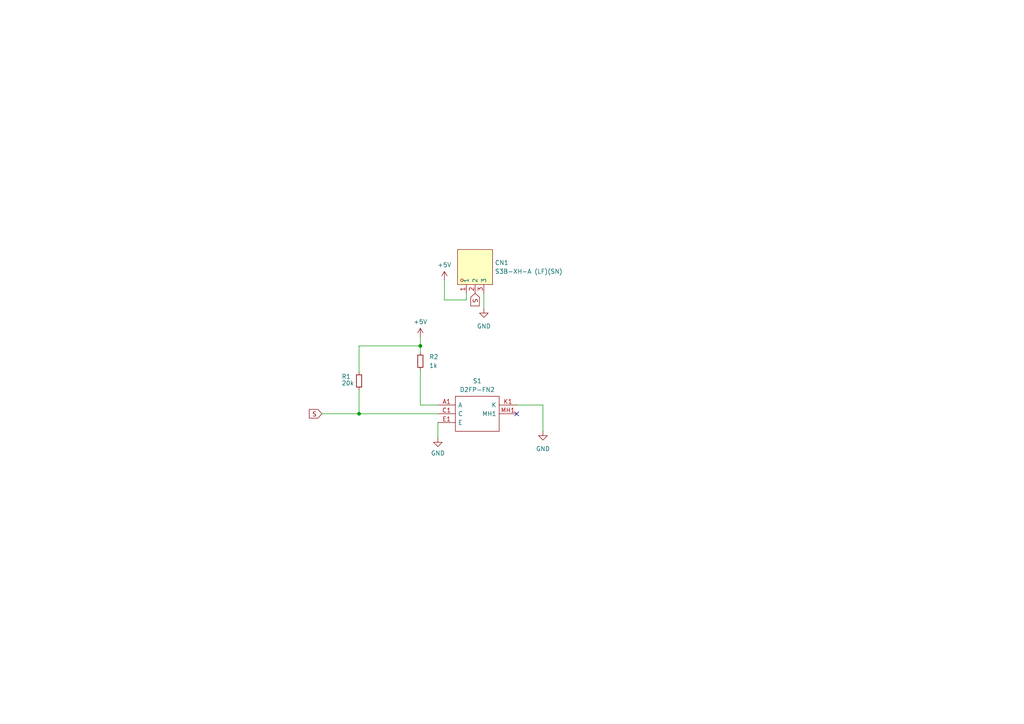
<source format=kicad_sch>
(kicad_sch (version 20230121) (generator eeschema)

  (uuid e38041f7-2b1e-452c-a6a6-3a92d8d9358b)

  (paper "A4")

  (lib_symbols
    (symbol "D2FP:D2FP-FN2" (pin_names (offset 0.762)) (in_bom yes) (on_board yes)
      (property "Reference" "S" (at 19.05 7.62 0)
        (effects (font (size 1.27 1.27)) (justify left))
      )
      (property "Value" "D2FP-FN2" (at 19.05 5.08 0)
        (effects (font (size 1.27 1.27)) (justify left))
      )
      (property "Footprint" "D2FPFN2" (at 19.05 2.54 0)
        (effects (font (size 1.27 1.27)) (justify left) hide)
      )
      (property "Datasheet" "" (at 19.05 0 0)
        (effects (font (size 1.27 1.27)) (justify left) hide)
      )
      (property "Description" "Microswitch, Ultra Subminiature, Pin Plunger, SPST-NO, PC Pin, 20 mA, 30 V" (at 19.05 -2.54 0)
        (effects (font (size 1.27 1.27)) (justify left) hide)
      )
      (property "Height" "7.75" (at 19.05 -5.08 0)
        (effects (font (size 1.27 1.27)) (justify left) hide)
      )
      (property "Mouser Part Number" "" (at 19.05 -7.62 0)
        (effects (font (size 1.27 1.27)) (justify left) hide)
      )
      (property "Mouser Price/Stock" "" (at 19.05 -10.16 0)
        (effects (font (size 1.27 1.27)) (justify left) hide)
      )
      (property "Manufacturer_Name" "Omron Electronics" (at 19.05 -12.7 0)
        (effects (font (size 1.27 1.27)) (justify left) hide)
      )
      (property "Manufacturer_Part_Number" "D2FP-FN2" (at 19.05 -15.24 0)
        (effects (font (size 1.27 1.27)) (justify left) hide)
      )
      (property "ki_description" "Microswitch, Ultra Subminiature, Pin Plunger, SPST-NO, PC Pin, 20 mA, 30 V" (at 0 0 0)
        (effects (font (size 1.27 1.27)) hide)
      )
      (symbol "D2FP-FN2_0_0"
        (pin passive line (at 0 0 0) (length 5.08)
          (name "A" (effects (font (size 1.27 1.27))))
          (number "A1" (effects (font (size 1.27 1.27))))
        )
        (pin passive line (at 0 -2.54 0) (length 5.08)
          (name "C" (effects (font (size 1.27 1.27))))
          (number "C1" (effects (font (size 1.27 1.27))))
        )
        (pin passive line (at 0 -5.08 0) (length 5.08)
          (name "E" (effects (font (size 1.27 1.27))))
          (number "E1" (effects (font (size 1.27 1.27))))
        )
        (pin passive line (at 22.86 0 180) (length 5.08)
          (name "K" (effects (font (size 1.27 1.27))))
          (number "K1" (effects (font (size 1.27 1.27))))
        )
        (pin passive line (at 22.86 -2.54 180) (length 5.08)
          (name "MH1" (effects (font (size 1.27 1.27))))
          (number "MH1" (effects (font (size 1.27 1.27))))
        )
      )
      (symbol "D2FP-FN2_0_1"
        (polyline
          (pts
            (xy 5.08 2.54)
            (xy 17.78 2.54)
            (xy 17.78 -7.62)
            (xy 5.08 -7.62)
            (xy 5.08 2.54)
          )
          (stroke (width 0.1524) (type solid))
          (fill (type none))
        )
      )
    )
    (symbol "Device:R_Small" (pin_numbers hide) (pin_names (offset 0.254) hide) (in_bom yes) (on_board yes)
      (property "Reference" "R" (at 0.762 0.508 0)
        (effects (font (size 1.27 1.27)) (justify left))
      )
      (property "Value" "R_Small" (at 0.762 -1.016 0)
        (effects (font (size 1.27 1.27)) (justify left))
      )
      (property "Footprint" "" (at 0 0 0)
        (effects (font (size 1.27 1.27)) hide)
      )
      (property "Datasheet" "~" (at 0 0 0)
        (effects (font (size 1.27 1.27)) hide)
      )
      (property "ki_keywords" "R resistor" (at 0 0 0)
        (effects (font (size 1.27 1.27)) hide)
      )
      (property "ki_description" "Resistor, small symbol" (at 0 0 0)
        (effects (font (size 1.27 1.27)) hide)
      )
      (property "ki_fp_filters" "R_*" (at 0 0 0)
        (effects (font (size 1.27 1.27)) hide)
      )
      (symbol "R_Small_0_1"
        (rectangle (start -0.762 1.778) (end 0.762 -1.778)
          (stroke (width 0.2032) (type default))
          (fill (type none))
        )
      )
      (symbol "R_Small_1_1"
        (pin passive line (at 0 2.54 270) (length 0.762)
          (name "~" (effects (font (size 1.27 1.27))))
          (number "1" (effects (font (size 1.27 1.27))))
        )
        (pin passive line (at 0 -2.54 90) (length 0.762)
          (name "~" (effects (font (size 1.27 1.27))))
          (number "2" (effects (font (size 1.27 1.27))))
        )
      )
    )
    (symbol "GND_1" (power) (pin_names (offset 0)) (in_bom yes) (on_board yes)
      (property "Reference" "#PWR" (at 0 -6.35 0)
        (effects (font (size 1.27 1.27)) hide)
      )
      (property "Value" "GND_1" (at 0 -3.81 0)
        (effects (font (size 1.27 1.27)))
      )
      (property "Footprint" "" (at 0 0 0)
        (effects (font (size 1.27 1.27)) hide)
      )
      (property "Datasheet" "" (at 0 0 0)
        (effects (font (size 1.27 1.27)) hide)
      )
      (property "ki_keywords" "global power" (at 0 0 0)
        (effects (font (size 1.27 1.27)) hide)
      )
      (property "ki_description" "Power symbol creates a global label with name \"GND\" , ground" (at 0 0 0)
        (effects (font (size 1.27 1.27)) hide)
      )
      (symbol "GND_1_0_1"
        (polyline
          (pts
            (xy 0 0)
            (xy 0 -1.27)
            (xy 1.27 -1.27)
            (xy 0 -2.54)
            (xy -1.27 -1.27)
            (xy 0 -1.27)
          )
          (stroke (width 0) (type default))
          (fill (type none))
        )
      )
      (symbol "GND_1_1_1"
        (pin power_in line (at 0 0 270) (length 0) hide
          (name "GND" (effects (font (size 1.27 1.27))))
          (number "1" (effects (font (size 1.27 1.27))))
        )
      )
    )
    (symbol "GND_2" (power) (pin_names (offset 0)) (in_bom yes) (on_board yes)
      (property "Reference" "#PWR" (at 0 -6.35 0)
        (effects (font (size 1.27 1.27)) hide)
      )
      (property "Value" "GND_2" (at 0 -3.81 0)
        (effects (font (size 1.27 1.27)))
      )
      (property "Footprint" "" (at 0 0 0)
        (effects (font (size 1.27 1.27)) hide)
      )
      (property "Datasheet" "" (at 0 0 0)
        (effects (font (size 1.27 1.27)) hide)
      )
      (property "ki_keywords" "global power" (at 0 0 0)
        (effects (font (size 1.27 1.27)) hide)
      )
      (property "ki_description" "Power symbol creates a global label with name \"GND\" , ground" (at 0 0 0)
        (effects (font (size 1.27 1.27)) hide)
      )
      (symbol "GND_2_0_1"
        (polyline
          (pts
            (xy 0 0)
            (xy 0 -1.27)
            (xy 1.27 -1.27)
            (xy 0 -2.54)
            (xy -1.27 -1.27)
            (xy 0 -1.27)
          )
          (stroke (width 0) (type default))
          (fill (type none))
        )
      )
      (symbol "GND_2_1_1"
        (pin power_in line (at 0 0 270) (length 0) hide
          (name "GND" (effects (font (size 1.27 1.27))))
          (number "1" (effects (font (size 1.27 1.27))))
        )
      )
    )
    (symbol "extras:S3B-XH-A(LF)(SN)" (in_bom yes) (on_board yes)
      (property "Reference" "CN" (at 0 7.62 0)
        (effects (font (size 1.27 1.27)))
      )
      (property "Value" "S3B-XH-A (LF)(SN)" (at 0 -7.62 0)
        (effects (font (size 1.27 1.27)))
      )
      (property "Footprint" "extras:CONN-TH_S3B-XH-A-LF-SN" (at 0 -10.16 0)
        (effects (font (size 1.27 1.27)) hide)
      )
      (property "Datasheet" "https://lcsc.com/product-detail/XH-Connectors_JST_S3B-XH-A-LF-SN_XHsocket-1-3P-Curved-needle-pitch2-5mm_C157928.html" (at 0 -12.7 0)
        (effects (font (size 1.27 1.27)) hide)
      )
      (property "LCSC Part" "C157928" (at 0 -15.24 0)
        (effects (font (size 1.27 1.27)) hide)
      )
      (symbol "S3B-XH-A(LF)(SN)_0_1"
        (rectangle (start -3.81 5.08) (end 6.35 -5.08)
          (stroke (width 0) (type default))
          (fill (type background))
        )
        (circle (center -2.54 3.81) (radius 0.38)
          (stroke (width 0) (type default))
          (fill (type none))
        )
        (pin unspecified line (at -6.35 2.54 0) (length 2.54)
          (name "1" (effects (font (size 1.27 1.27))))
          (number "1" (effects (font (size 1.27 1.27))))
        )
        (pin unspecified line (at -6.35 0 0) (length 2.54)
          (name "2" (effects (font (size 1.27 1.27))))
          (number "2" (effects (font (size 1.27 1.27))))
        )
        (pin unspecified line (at -6.35 -2.54 0) (length 2.54)
          (name "3" (effects (font (size 1.27 1.27))))
          (number "3" (effects (font (size 1.27 1.27))))
        )
      )
    )
    (symbol "power:+5V" (power) (pin_names (offset 0)) (in_bom yes) (on_board yes)
      (property "Reference" "#PWR" (at 0 -3.81 0)
        (effects (font (size 1.27 1.27)) hide)
      )
      (property "Value" "+5V" (at 0 3.556 0)
        (effects (font (size 1.27 1.27)))
      )
      (property "Footprint" "" (at 0 0 0)
        (effects (font (size 1.27 1.27)) hide)
      )
      (property "Datasheet" "" (at 0 0 0)
        (effects (font (size 1.27 1.27)) hide)
      )
      (property "ki_keywords" "global power" (at 0 0 0)
        (effects (font (size 1.27 1.27)) hide)
      )
      (property "ki_description" "Power symbol creates a global label with name \"+5V\"" (at 0 0 0)
        (effects (font (size 1.27 1.27)) hide)
      )
      (symbol "+5V_0_1"
        (polyline
          (pts
            (xy -0.762 1.27)
            (xy 0 2.54)
          )
          (stroke (width 0) (type default))
          (fill (type none))
        )
        (polyline
          (pts
            (xy 0 0)
            (xy 0 2.54)
          )
          (stroke (width 0) (type default))
          (fill (type none))
        )
        (polyline
          (pts
            (xy 0 2.54)
            (xy 0.762 1.27)
          )
          (stroke (width 0) (type default))
          (fill (type none))
        )
      )
      (symbol "+5V_1_1"
        (pin power_in line (at 0 0 90) (length 0) hide
          (name "+5V" (effects (font (size 1.27 1.27))))
          (number "1" (effects (font (size 1.27 1.27))))
        )
      )
    )
    (symbol "power:GND" (power) (pin_names (offset 0)) (in_bom yes) (on_board yes)
      (property "Reference" "#PWR" (at 0 -6.35 0)
        (effects (font (size 1.27 1.27)) hide)
      )
      (property "Value" "GND" (at 0 -3.81 0)
        (effects (font (size 1.27 1.27)))
      )
      (property "Footprint" "" (at 0 0 0)
        (effects (font (size 1.27 1.27)) hide)
      )
      (property "Datasheet" "" (at 0 0 0)
        (effects (font (size 1.27 1.27)) hide)
      )
      (property "ki_keywords" "global power" (at 0 0 0)
        (effects (font (size 1.27 1.27)) hide)
      )
      (property "ki_description" "Power symbol creates a global label with name \"GND\" , ground" (at 0 0 0)
        (effects (font (size 1.27 1.27)) hide)
      )
      (symbol "GND_0_1"
        (polyline
          (pts
            (xy 0 0)
            (xy 0 -1.27)
            (xy 1.27 -1.27)
            (xy 0 -2.54)
            (xy -1.27 -1.27)
            (xy 0 -1.27)
          )
          (stroke (width 0) (type default))
          (fill (type none))
        )
      )
      (symbol "GND_1_1"
        (pin power_in line (at 0 0 270) (length 0) hide
          (name "GND" (effects (font (size 1.27 1.27))))
          (number "1" (effects (font (size 1.27 1.27))))
        )
      )
    )
  )

  (junction (at 121.92 100.33) (diameter 0) (color 0 0 0 0)
    (uuid d07ddcdc-3328-4bb3-bedc-ff057bb4075c)
  )
  (junction (at 104.14 120.015) (diameter 0) (color 0 0 0 0)
    (uuid f2df1cde-48fd-4238-8ec8-427eee5d7f3c)
  )

  (no_connect (at 149.86 120.015) (uuid 0a02ea3d-1670-4c9a-a0a2-3fc40a064a5d))

  (wire (pts (xy 93.345 120.015) (xy 104.14 120.015))
    (stroke (width 0) (type default))
    (uuid 05e06755-5cd4-458b-bb2a-ceee44d9bfca)
  )
  (wire (pts (xy 121.92 100.33) (xy 121.92 97.79))
    (stroke (width 0) (type default))
    (uuid 0b3a0570-46a9-4b34-b552-175e1068a206)
  )
  (wire (pts (xy 135.255 86.995) (xy 135.255 85.09))
    (stroke (width 0) (type default))
    (uuid 0eb26149-1b3d-4320-9ef7-a4b9a00e80be)
  )
  (wire (pts (xy 127 122.555) (xy 127 127))
    (stroke (width 0) (type default))
    (uuid 175f2237-6276-4c59-ab48-ac4ab0ef400e)
  )
  (wire (pts (xy 121.92 107.315) (xy 121.92 117.475))
    (stroke (width 0) (type default))
    (uuid 1d5f210b-8321-4127-bb61-76ab9afb5243)
  )
  (wire (pts (xy 149.86 117.475) (xy 157.48 117.475))
    (stroke (width 0) (type default))
    (uuid 26da8a90-74b9-4832-8c16-0b0e6a7953d9)
  )
  (wire (pts (xy 104.14 113.03) (xy 104.14 120.015))
    (stroke (width 0) (type default))
    (uuid 33e59a5b-af80-40af-94f3-3dc91af448c0)
  )
  (wire (pts (xy 128.905 86.995) (xy 135.255 86.995))
    (stroke (width 0) (type default))
    (uuid 3b17ec52-f43a-45f9-83a8-10fafe69f0b9)
  )
  (wire (pts (xy 128.905 81.28) (xy 128.905 86.995))
    (stroke (width 0) (type default))
    (uuid 3e6a9b8b-7185-4324-86ec-58decfd087c1)
  )
  (wire (pts (xy 121.92 100.33) (xy 121.92 102.235))
    (stroke (width 0) (type default))
    (uuid 6d980eb0-0e92-4b7e-bc14-2b9433f54b93)
  )
  (wire (pts (xy 104.14 120.015) (xy 127 120.015))
    (stroke (width 0) (type default))
    (uuid 79217996-ab78-485e-8b0f-619338170faf)
  )
  (wire (pts (xy 157.48 117.475) (xy 157.48 125.095))
    (stroke (width 0) (type default))
    (uuid 94dfa545-442a-4cab-a619-4f908f3e82a2)
  )
  (wire (pts (xy 121.92 117.475) (xy 127 117.475))
    (stroke (width 0) (type default))
    (uuid ab3ab658-684d-458c-980c-0e4bf76bdb90)
  )
  (wire (pts (xy 140.335 85.09) (xy 140.335 89.535))
    (stroke (width 0) (type default))
    (uuid b2c7fd2c-3e4b-4857-baea-12ca2a850084)
  )
  (wire (pts (xy 104.14 100.33) (xy 104.14 107.95))
    (stroke (width 0) (type default))
    (uuid d96a3b97-a47f-4fff-ba65-db0c47762f29)
  )
  (wire (pts (xy 104.14 100.33) (xy 121.92 100.33))
    (stroke (width 0) (type default))
    (uuid e93aaa76-4654-40f5-84c7-b2340ae79b02)
  )

  (global_label "S" (shape input) (at 93.345 120.015 180) (fields_autoplaced)
    (effects (font (size 1.27 1.27)) (justify right))
    (uuid 5c01ca5a-a6b5-4f4e-b96e-a97a8230e972)
    (property "Intersheetrefs" "${INTERSHEET_REFS}" (at 89.1503 120.015 0)
      (effects (font (size 1.27 1.27)) (justify right) hide)
    )
  )
  (global_label "S" (shape input) (at 137.795 85.09 270) (fields_autoplaced)
    (effects (font (size 1.27 1.27)) (justify right))
    (uuid e498003f-a2d6-4e99-8e73-94688173a6df)
    (property "Intersheetrefs" "${INTERSHEET_REFS}" (at 137.795 89.2847 90)
      (effects (font (size 1.27 1.27)) (justify right) hide)
    )
  )

  (symbol (lib_name "GND_2") (lib_id "power:GND") (at 127 127 0) (unit 1)
    (in_bom yes) (on_board yes) (dnp no) (fields_autoplaced)
    (uuid 2c61d0b3-eaa9-4f61-9ecb-879cf393a865)
    (property "Reference" "#PWR08" (at 127 133.35 0)
      (effects (font (size 1.27 1.27)) hide)
    )
    (property "Value" "GND" (at 127 131.445 0)
      (effects (font (size 1.27 1.27)))
    )
    (property "Footprint" "" (at 127 127 0)
      (effects (font (size 1.27 1.27)) hide)
    )
    (property "Datasheet" "" (at 127 127 0)
      (effects (font (size 1.27 1.27)) hide)
    )
    (pin "1" (uuid dec73d46-4d5d-406a-893f-87849b1a1187))
    (instances
      (project "euklick"
        (path "/e1d5e7d1-15b9-4ce2-a35d-e7ddbec881ef"
          (reference "#PWR08") (unit 1)
        )
      )
      (project "ZopStop"
        (path "/e38041f7-2b1e-452c-a6a6-3a92d8d9358b"
          (reference "#PWR04") (unit 1)
        )
      )
    )
  )

  (symbol (lib_id "Device:R_Small") (at 104.14 110.49 180) (unit 1)
    (in_bom yes) (on_board yes) (dnp no)
    (uuid 40edbfd3-2b6f-449c-8ef8-b412be7364df)
    (property "Reference" "R4" (at 99.06 109.22 0)
      (effects (font (size 1.27 1.27)) (justify right))
    )
    (property "Value" "20k" (at 99.06 111.125 0)
      (effects (font (size 1.27 1.27)) (justify right))
    )
    (property "Footprint" "Resistor_SMD:R_0805_2012Metric_Pad1.20x1.40mm_HandSolder" (at 104.14 110.49 0)
      (effects (font (size 1.27 1.27)) hide)
    )
    (property "Datasheet" "~" (at 104.14 110.49 0)
      (effects (font (size 1.27 1.27)) hide)
    )
    (pin "1" (uuid 12ae1d7d-a7d9-48e4-aa57-a70e0704d694))
    (pin "2" (uuid e2623eba-70e1-4d95-baa9-5003dcdd0a81))
    (instances
      (project "euklick"
        (path "/e1d5e7d1-15b9-4ce2-a35d-e7ddbec881ef"
          (reference "R4") (unit 1)
        )
      )
      (project "ZopStop"
        (path "/e38041f7-2b1e-452c-a6a6-3a92d8d9358b"
          (reference "R1") (unit 1)
        )
      )
    )
  )

  (symbol (lib_id "extras:S3B-XH-A(LF)(SN)") (at 137.795 78.74 90) (unit 1)
    (in_bom yes) (on_board yes) (dnp no) (fields_autoplaced)
    (uuid 41f06676-c055-4939-bc71-e67bcc562426)
    (property "Reference" "CN1" (at 143.51 76.2 90)
      (effects (font (size 1.27 1.27)) (justify right))
    )
    (property "Value" "S3B-XH-A (LF)(SN)" (at 143.51 78.74 90)
      (effects (font (size 1.27 1.27)) (justify right))
    )
    (property "Footprint" "extras:CONN-TH_S3B-XH-A-LF-SN" (at 147.955 78.74 0)
      (effects (font (size 1.27 1.27)) hide)
    )
    (property "Datasheet" "https://lcsc.com/product-detail/XH-Connectors_JST_S3B-XH-A-LF-SN_XHsocket-1-3P-Curved-needle-pitch2-5mm_C157928.html" (at 150.495 78.74 0)
      (effects (font (size 1.27 1.27)) hide)
    )
    (property "LCSC Part" "C157928" (at 153.035 78.74 0)
      (effects (font (size 1.27 1.27)) hide)
    )
    (pin "1" (uuid e24158b1-79ca-4dae-bfe7-151cd309152d))
    (pin "2" (uuid ff2ffe6f-4417-43bc-96e4-9afe6cadd818))
    (pin "3" (uuid ccf26eb1-7845-484e-b638-4d9ec8c6321a))
    (instances
      (project "ZopStop"
        (path "/e38041f7-2b1e-452c-a6a6-3a92d8d9358b"
          (reference "CN1") (unit 1)
        )
      )
    )
  )

  (symbol (lib_id "Device:R_Small") (at 121.92 104.775 0) (unit 1)
    (in_bom yes) (on_board yes) (dnp no) (fields_autoplaced)
    (uuid 661cc64c-1cad-44bf-aec7-fbcaa5c5ac58)
    (property "Reference" "R3" (at 124.46 103.505 0)
      (effects (font (size 1.27 1.27)) (justify left))
    )
    (property "Value" "1k" (at 124.46 106.045 0)
      (effects (font (size 1.27 1.27)) (justify left))
    )
    (property "Footprint" "Resistor_SMD:R_0805_2012Metric_Pad1.20x1.40mm_HandSolder" (at 121.92 104.775 0)
      (effects (font (size 1.27 1.27)) hide)
    )
    (property "Datasheet" "~" (at 121.92 104.775 0)
      (effects (font (size 1.27 1.27)) hide)
    )
    (pin "1" (uuid f2128487-fb01-4731-ba00-84269d230a3a))
    (pin "2" (uuid 9299c1d2-e4c4-46a3-8fc8-9f81dc98ef76))
    (instances
      (project "euklick"
        (path "/e1d5e7d1-15b9-4ce2-a35d-e7ddbec881ef"
          (reference "R3") (unit 1)
        )
      )
      (project "ZopStop"
        (path "/e38041f7-2b1e-452c-a6a6-3a92d8d9358b"
          (reference "R2") (unit 1)
        )
      )
    )
  )

  (symbol (lib_id "power:+5V") (at 121.92 97.79 0) (unit 1)
    (in_bom yes) (on_board yes) (dnp no) (fields_autoplaced)
    (uuid 8d042576-c7ca-44ff-839e-b096bdefcd7d)
    (property "Reference" "#PWR06" (at 121.92 101.6 0)
      (effects (font (size 1.27 1.27)) hide)
    )
    (property "Value" "+5V" (at 121.92 93.345 0)
      (effects (font (size 1.27 1.27)))
    )
    (property "Footprint" "" (at 121.92 97.79 0)
      (effects (font (size 1.27 1.27)) hide)
    )
    (property "Datasheet" "" (at 121.92 97.79 0)
      (effects (font (size 1.27 1.27)) hide)
    )
    (pin "1" (uuid a9b95681-dfa4-423c-b4ea-b88eca2855ab))
    (instances
      (project "euklick"
        (path "/e1d5e7d1-15b9-4ce2-a35d-e7ddbec881ef"
          (reference "#PWR06") (unit 1)
        )
      )
      (project "ZopStop"
        (path "/e38041f7-2b1e-452c-a6a6-3a92d8d9358b"
          (reference "#PWR03") (unit 1)
        )
      )
    )
  )

  (symbol (lib_id "D2FP:D2FP-FN2") (at 127 117.475 0) (unit 1)
    (in_bom yes) (on_board yes) (dnp no) (fields_autoplaced)
    (uuid 8dc328f0-6f43-46e2-bade-614303fea2c9)
    (property "Reference" "S1" (at 138.43 110.49 0)
      (effects (font (size 1.27 1.27)))
    )
    (property "Value" "D2FP-FN2" (at 138.43 113.03 0)
      (effects (font (size 1.27 1.27)))
    )
    (property "Footprint" "D2FPFN2" (at 146.05 114.935 0)
      (effects (font (size 1.27 1.27)) (justify left) hide)
    )
    (property "Datasheet" "" (at 146.05 117.475 0)
      (effects (font (size 1.27 1.27)) (justify left) hide)
    )
    (property "Description" "Microswitch, Ultra Subminiature, Pin Plunger, SPST-NO, PC Pin, 20 mA, 30 V" (at 146.05 120.015 0)
      (effects (font (size 1.27 1.27)) (justify left) hide)
    )
    (property "Height" "7.75" (at 146.05 122.555 0)
      (effects (font (size 1.27 1.27)) (justify left) hide)
    )
    (property "Mouser Part Number" "" (at 146.05 125.095 0)
      (effects (font (size 1.27 1.27)) (justify left) hide)
    )
    (property "Mouser Price/Stock" "" (at 146.05 127.635 0)
      (effects (font (size 1.27 1.27)) (justify left) hide)
    )
    (property "Manufacturer_Name" "Omron Electronics" (at 146.05 130.175 0)
      (effects (font (size 1.27 1.27)) (justify left) hide)
    )
    (property "Manufacturer_Part_Number" "D2FP-FN2" (at 146.05 132.715 0)
      (effects (font (size 1.27 1.27)) (justify left) hide)
    )
    (pin "A1" (uuid d3e86108-5f50-40a2-877f-71f0f1caa525))
    (pin "C1" (uuid 95f4625b-851c-4e1b-a990-114600966a85))
    (pin "E1" (uuid aa5c5015-6611-4cc4-ad24-eaf2a43a2470))
    (pin "K1" (uuid d48f5914-0b75-41f6-a7a5-5ab01f89da14))
    (pin "MH1" (uuid ff0e2dca-c507-4c57-a803-54287a3f8c5d))
    (instances
      (project "ZopStop"
        (path "/e38041f7-2b1e-452c-a6a6-3a92d8d9358b"
          (reference "S1") (unit 1)
        )
      )
    )
  )

  (symbol (lib_id "power:GND") (at 140.335 89.535 0) (unit 1)
    (in_bom yes) (on_board yes) (dnp no) (fields_autoplaced)
    (uuid a629e055-03e0-45eb-9471-e7604d6b035b)
    (property "Reference" "#PWR01" (at 140.335 95.885 0)
      (effects (font (size 1.27 1.27)) hide)
    )
    (property "Value" "GND" (at 140.335 94.615 0)
      (effects (font (size 1.27 1.27)))
    )
    (property "Footprint" "" (at 140.335 89.535 0)
      (effects (font (size 1.27 1.27)) hide)
    )
    (property "Datasheet" "" (at 140.335 89.535 0)
      (effects (font (size 1.27 1.27)) hide)
    )
    (pin "1" (uuid 5b77e4b1-462b-4d67-98c6-608d5280a9ab))
    (instances
      (project "ZopStop"
        (path "/e38041f7-2b1e-452c-a6a6-3a92d8d9358b"
          (reference "#PWR01") (unit 1)
        )
      )
    )
  )

  (symbol (lib_id "power:+5V") (at 128.905 81.28 0) (unit 1)
    (in_bom yes) (on_board yes) (dnp no) (fields_autoplaced)
    (uuid dcbc9cda-0f6e-4298-9b92-c1fea8c9e820)
    (property "Reference" "#PWR02" (at 128.905 85.09 0)
      (effects (font (size 1.27 1.27)) hide)
    )
    (property "Value" "+5V" (at 128.905 76.835 0)
      (effects (font (size 1.27 1.27)))
    )
    (property "Footprint" "" (at 128.905 81.28 0)
      (effects (font (size 1.27 1.27)) hide)
    )
    (property "Datasheet" "" (at 128.905 81.28 0)
      (effects (font (size 1.27 1.27)) hide)
    )
    (pin "1" (uuid 8e8c73ba-f37e-48c1-8dd9-4fe61dabcfb2))
    (instances
      (project "ZopStop"
        (path "/e38041f7-2b1e-452c-a6a6-3a92d8d9358b"
          (reference "#PWR02") (unit 1)
        )
      )
    )
  )

  (symbol (lib_name "GND_1") (lib_id "power:GND") (at 157.48 125.095 0) (unit 1)
    (in_bom yes) (on_board yes) (dnp no) (fields_autoplaced)
    (uuid e547203e-6ebc-4e1b-8fc3-c3c95796dd8e)
    (property "Reference" "#PWR07" (at 157.48 131.445 0)
      (effects (font (size 1.27 1.27)) hide)
    )
    (property "Value" "GND" (at 157.48 130.175 0)
      (effects (font (size 1.27 1.27)))
    )
    (property "Footprint" "" (at 157.48 125.095 0)
      (effects (font (size 1.27 1.27)) hide)
    )
    (property "Datasheet" "" (at 157.48 125.095 0)
      (effects (font (size 1.27 1.27)) hide)
    )
    (pin "1" (uuid 8aec3412-cfa0-47c1-95ec-119717887e17))
    (instances
      (project "euklick"
        (path "/e1d5e7d1-15b9-4ce2-a35d-e7ddbec881ef"
          (reference "#PWR07") (unit 1)
        )
      )
      (project "ZopStop"
        (path "/e38041f7-2b1e-452c-a6a6-3a92d8d9358b"
          (reference "#PWR05") (unit 1)
        )
      )
    )
  )

  (sheet_instances
    (path "/" (page "1"))
  )
)

</source>
